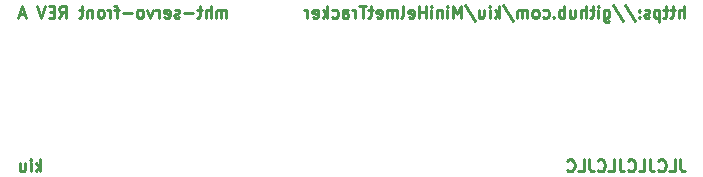
<source format=gbo>
G04 #@! TF.GenerationSoftware,KiCad,Pcbnew,(6.0.0)*
G04 #@! TF.CreationDate,2022-06-26T22:55:27+02:00*
G04 #@! TF.ProjectId,mht-servo-front,6d68742d-7365-4727-966f-2d66726f6e74,rev?*
G04 #@! TF.SameCoordinates,Original*
G04 #@! TF.FileFunction,Legend,Bot*
G04 #@! TF.FilePolarity,Positive*
%FSLAX46Y46*%
G04 Gerber Fmt 4.6, Leading zero omitted, Abs format (unit mm)*
G04 Created by KiCad (PCBNEW (6.0.0)) date 2022-06-26 22:55:27*
%MOMM*%
%LPD*%
G01*
G04 APERTURE LIST*
%ADD10C,0.250000*%
%ADD11C,3.200000*%
G04 APERTURE END LIST*
D10*
X185313690Y-108952380D02*
X185313690Y-109666666D01*
X185361309Y-109809523D01*
X185456547Y-109904761D01*
X185599404Y-109952380D01*
X185694642Y-109952380D01*
X184361309Y-109952380D02*
X184837500Y-109952380D01*
X184837500Y-108952380D01*
X183456547Y-109857142D02*
X183504166Y-109904761D01*
X183647023Y-109952380D01*
X183742261Y-109952380D01*
X183885119Y-109904761D01*
X183980357Y-109809523D01*
X184027976Y-109714285D01*
X184075595Y-109523809D01*
X184075595Y-109380952D01*
X184027976Y-109190476D01*
X183980357Y-109095238D01*
X183885119Y-109000000D01*
X183742261Y-108952380D01*
X183647023Y-108952380D01*
X183504166Y-109000000D01*
X183456547Y-109047619D01*
X182742261Y-108952380D02*
X182742261Y-109666666D01*
X182789880Y-109809523D01*
X182885119Y-109904761D01*
X183027976Y-109952380D01*
X183123214Y-109952380D01*
X181789880Y-109952380D02*
X182266071Y-109952380D01*
X182266071Y-108952380D01*
X180885119Y-109857142D02*
X180932738Y-109904761D01*
X181075595Y-109952380D01*
X181170833Y-109952380D01*
X181313690Y-109904761D01*
X181408928Y-109809523D01*
X181456547Y-109714285D01*
X181504166Y-109523809D01*
X181504166Y-109380952D01*
X181456547Y-109190476D01*
X181408928Y-109095238D01*
X181313690Y-109000000D01*
X181170833Y-108952380D01*
X181075595Y-108952380D01*
X180932738Y-109000000D01*
X180885119Y-109047619D01*
X180170833Y-108952380D02*
X180170833Y-109666666D01*
X180218452Y-109809523D01*
X180313690Y-109904761D01*
X180456547Y-109952380D01*
X180551785Y-109952380D01*
X179218452Y-109952380D02*
X179694642Y-109952380D01*
X179694642Y-108952380D01*
X178313690Y-109857142D02*
X178361309Y-109904761D01*
X178504166Y-109952380D01*
X178599404Y-109952380D01*
X178742261Y-109904761D01*
X178837500Y-109809523D01*
X178885119Y-109714285D01*
X178932738Y-109523809D01*
X178932738Y-109380952D01*
X178885119Y-109190476D01*
X178837500Y-109095238D01*
X178742261Y-109000000D01*
X178599404Y-108952380D01*
X178504166Y-108952380D01*
X178361309Y-109000000D01*
X178313690Y-109047619D01*
X177599404Y-108952380D02*
X177599404Y-109666666D01*
X177647023Y-109809523D01*
X177742261Y-109904761D01*
X177885119Y-109952380D01*
X177980357Y-109952380D01*
X176647023Y-109952380D02*
X177123214Y-109952380D01*
X177123214Y-108952380D01*
X175742261Y-109857142D02*
X175789880Y-109904761D01*
X175932738Y-109952380D01*
X176027976Y-109952380D01*
X176170833Y-109904761D01*
X176266071Y-109809523D01*
X176313690Y-109714285D01*
X176361309Y-109523809D01*
X176361309Y-109380952D01*
X176313690Y-109190476D01*
X176266071Y-109095238D01*
X176170833Y-109000000D01*
X176027976Y-108952380D01*
X175932738Y-108952380D01*
X175789880Y-109000000D01*
X175742261Y-109047619D01*
X131114880Y-109952380D02*
X131114880Y-108952380D01*
X131019642Y-109571428D02*
X130733928Y-109952380D01*
X130733928Y-109285714D02*
X131114880Y-109666666D01*
X130305357Y-109952380D02*
X130305357Y-109285714D01*
X130305357Y-108952380D02*
X130352976Y-109000000D01*
X130305357Y-109047619D01*
X130257738Y-109000000D01*
X130305357Y-108952380D01*
X130305357Y-109047619D01*
X129400595Y-109285714D02*
X129400595Y-109952380D01*
X129829166Y-109285714D02*
X129829166Y-109809523D01*
X129781547Y-109904761D01*
X129686309Y-109952380D01*
X129543452Y-109952380D01*
X129448214Y-109904761D01*
X129400595Y-109857142D01*
X185599404Y-96952380D02*
X185599404Y-95952380D01*
X185170833Y-96952380D02*
X185170833Y-96428571D01*
X185218452Y-96333333D01*
X185313690Y-96285714D01*
X185456547Y-96285714D01*
X185551785Y-96333333D01*
X185599404Y-96380952D01*
X184837500Y-96285714D02*
X184456547Y-96285714D01*
X184694642Y-95952380D02*
X184694642Y-96809523D01*
X184647023Y-96904761D01*
X184551785Y-96952380D01*
X184456547Y-96952380D01*
X184266071Y-96285714D02*
X183885119Y-96285714D01*
X184123214Y-95952380D02*
X184123214Y-96809523D01*
X184075595Y-96904761D01*
X183980357Y-96952380D01*
X183885119Y-96952380D01*
X183551785Y-96285714D02*
X183551785Y-97285714D01*
X183551785Y-96333333D02*
X183456547Y-96285714D01*
X183266071Y-96285714D01*
X183170833Y-96333333D01*
X183123214Y-96380952D01*
X183075595Y-96476190D01*
X183075595Y-96761904D01*
X183123214Y-96857142D01*
X183170833Y-96904761D01*
X183266071Y-96952380D01*
X183456547Y-96952380D01*
X183551785Y-96904761D01*
X182694642Y-96904761D02*
X182599404Y-96952380D01*
X182408928Y-96952380D01*
X182313690Y-96904761D01*
X182266071Y-96809523D01*
X182266071Y-96761904D01*
X182313690Y-96666666D01*
X182408928Y-96619047D01*
X182551785Y-96619047D01*
X182647023Y-96571428D01*
X182694642Y-96476190D01*
X182694642Y-96428571D01*
X182647023Y-96333333D01*
X182551785Y-96285714D01*
X182408928Y-96285714D01*
X182313690Y-96333333D01*
X181837500Y-96857142D02*
X181789880Y-96904761D01*
X181837500Y-96952380D01*
X181885119Y-96904761D01*
X181837500Y-96857142D01*
X181837500Y-96952380D01*
X181837500Y-96333333D02*
X181789880Y-96380952D01*
X181837500Y-96428571D01*
X181885119Y-96380952D01*
X181837500Y-96333333D01*
X181837500Y-96428571D01*
X180647023Y-95904761D02*
X181504166Y-97190476D01*
X179599404Y-95904761D02*
X180456547Y-97190476D01*
X178837500Y-96285714D02*
X178837500Y-97095238D01*
X178885119Y-97190476D01*
X178932738Y-97238095D01*
X179027976Y-97285714D01*
X179170833Y-97285714D01*
X179266071Y-97238095D01*
X178837500Y-96904761D02*
X178932738Y-96952380D01*
X179123214Y-96952380D01*
X179218452Y-96904761D01*
X179266071Y-96857142D01*
X179313690Y-96761904D01*
X179313690Y-96476190D01*
X179266071Y-96380952D01*
X179218452Y-96333333D01*
X179123214Y-96285714D01*
X178932738Y-96285714D01*
X178837500Y-96333333D01*
X178361309Y-96952380D02*
X178361309Y-96285714D01*
X178361309Y-95952380D02*
X178408928Y-96000000D01*
X178361309Y-96047619D01*
X178313690Y-96000000D01*
X178361309Y-95952380D01*
X178361309Y-96047619D01*
X178027976Y-96285714D02*
X177647023Y-96285714D01*
X177885119Y-95952380D02*
X177885119Y-96809523D01*
X177837500Y-96904761D01*
X177742261Y-96952380D01*
X177647023Y-96952380D01*
X177313690Y-96952380D02*
X177313690Y-95952380D01*
X176885119Y-96952380D02*
X176885119Y-96428571D01*
X176932738Y-96333333D01*
X177027976Y-96285714D01*
X177170833Y-96285714D01*
X177266071Y-96333333D01*
X177313690Y-96380952D01*
X175980357Y-96285714D02*
X175980357Y-96952380D01*
X176408928Y-96285714D02*
X176408928Y-96809523D01*
X176361309Y-96904761D01*
X176266071Y-96952380D01*
X176123214Y-96952380D01*
X176027976Y-96904761D01*
X175980357Y-96857142D01*
X175504166Y-96952380D02*
X175504166Y-95952380D01*
X175504166Y-96333333D02*
X175408928Y-96285714D01*
X175218452Y-96285714D01*
X175123214Y-96333333D01*
X175075595Y-96380952D01*
X175027976Y-96476190D01*
X175027976Y-96761904D01*
X175075595Y-96857142D01*
X175123214Y-96904761D01*
X175218452Y-96952380D01*
X175408928Y-96952380D01*
X175504166Y-96904761D01*
X174599404Y-96857142D02*
X174551785Y-96904761D01*
X174599404Y-96952380D01*
X174647023Y-96904761D01*
X174599404Y-96857142D01*
X174599404Y-96952380D01*
X173694642Y-96904761D02*
X173789880Y-96952380D01*
X173980357Y-96952380D01*
X174075595Y-96904761D01*
X174123214Y-96857142D01*
X174170833Y-96761904D01*
X174170833Y-96476190D01*
X174123214Y-96380952D01*
X174075595Y-96333333D01*
X173980357Y-96285714D01*
X173789880Y-96285714D01*
X173694642Y-96333333D01*
X173123214Y-96952380D02*
X173218452Y-96904761D01*
X173266071Y-96857142D01*
X173313690Y-96761904D01*
X173313690Y-96476190D01*
X173266071Y-96380952D01*
X173218452Y-96333333D01*
X173123214Y-96285714D01*
X172980357Y-96285714D01*
X172885119Y-96333333D01*
X172837500Y-96380952D01*
X172789880Y-96476190D01*
X172789880Y-96761904D01*
X172837500Y-96857142D01*
X172885119Y-96904761D01*
X172980357Y-96952380D01*
X173123214Y-96952380D01*
X172361309Y-96952380D02*
X172361309Y-96285714D01*
X172361309Y-96380952D02*
X172313690Y-96333333D01*
X172218452Y-96285714D01*
X172075595Y-96285714D01*
X171980357Y-96333333D01*
X171932738Y-96428571D01*
X171932738Y-96952380D01*
X171932738Y-96428571D02*
X171885119Y-96333333D01*
X171789880Y-96285714D01*
X171647023Y-96285714D01*
X171551785Y-96333333D01*
X171504166Y-96428571D01*
X171504166Y-96952380D01*
X170313690Y-95904761D02*
X171170833Y-97190476D01*
X169980357Y-96952380D02*
X169980357Y-95952380D01*
X169885119Y-96571428D02*
X169599404Y-96952380D01*
X169599404Y-96285714D02*
X169980357Y-96666666D01*
X169170833Y-96952380D02*
X169170833Y-96285714D01*
X169170833Y-95952380D02*
X169218452Y-96000000D01*
X169170833Y-96047619D01*
X169123214Y-96000000D01*
X169170833Y-95952380D01*
X169170833Y-96047619D01*
X168266071Y-96285714D02*
X168266071Y-96952380D01*
X168694642Y-96285714D02*
X168694642Y-96809523D01*
X168647023Y-96904761D01*
X168551785Y-96952380D01*
X168408928Y-96952380D01*
X168313690Y-96904761D01*
X168266071Y-96857142D01*
X167075595Y-95904761D02*
X167932738Y-97190476D01*
X166742261Y-96952380D02*
X166742261Y-95952380D01*
X166408928Y-96666666D01*
X166075595Y-95952380D01*
X166075595Y-96952380D01*
X165599404Y-96952380D02*
X165599404Y-96285714D01*
X165599404Y-95952380D02*
X165647023Y-96000000D01*
X165599404Y-96047619D01*
X165551785Y-96000000D01*
X165599404Y-95952380D01*
X165599404Y-96047619D01*
X165123214Y-96285714D02*
X165123214Y-96952380D01*
X165123214Y-96380952D02*
X165075595Y-96333333D01*
X164980357Y-96285714D01*
X164837500Y-96285714D01*
X164742261Y-96333333D01*
X164694642Y-96428571D01*
X164694642Y-96952380D01*
X164218452Y-96952380D02*
X164218452Y-96285714D01*
X164218452Y-95952380D02*
X164266071Y-96000000D01*
X164218452Y-96047619D01*
X164170833Y-96000000D01*
X164218452Y-95952380D01*
X164218452Y-96047619D01*
X163742261Y-96952380D02*
X163742261Y-95952380D01*
X163742261Y-96428571D02*
X163170833Y-96428571D01*
X163170833Y-96952380D02*
X163170833Y-95952380D01*
X162313690Y-96904761D02*
X162408928Y-96952380D01*
X162599404Y-96952380D01*
X162694642Y-96904761D01*
X162742261Y-96809523D01*
X162742261Y-96428571D01*
X162694642Y-96333333D01*
X162599404Y-96285714D01*
X162408928Y-96285714D01*
X162313690Y-96333333D01*
X162266071Y-96428571D01*
X162266071Y-96523809D01*
X162742261Y-96619047D01*
X161694642Y-96952380D02*
X161789880Y-96904761D01*
X161837500Y-96809523D01*
X161837500Y-95952380D01*
X161313690Y-96952380D02*
X161313690Y-96285714D01*
X161313690Y-96380952D02*
X161266071Y-96333333D01*
X161170833Y-96285714D01*
X161027976Y-96285714D01*
X160932738Y-96333333D01*
X160885119Y-96428571D01*
X160885119Y-96952380D01*
X160885119Y-96428571D02*
X160837500Y-96333333D01*
X160742261Y-96285714D01*
X160599404Y-96285714D01*
X160504166Y-96333333D01*
X160456547Y-96428571D01*
X160456547Y-96952380D01*
X159599404Y-96904761D02*
X159694642Y-96952380D01*
X159885119Y-96952380D01*
X159980357Y-96904761D01*
X160027976Y-96809523D01*
X160027976Y-96428571D01*
X159980357Y-96333333D01*
X159885119Y-96285714D01*
X159694642Y-96285714D01*
X159599404Y-96333333D01*
X159551785Y-96428571D01*
X159551785Y-96523809D01*
X160027976Y-96619047D01*
X159266071Y-96285714D02*
X158885119Y-96285714D01*
X159123214Y-95952380D02*
X159123214Y-96809523D01*
X159075595Y-96904761D01*
X158980357Y-96952380D01*
X158885119Y-96952380D01*
X158694642Y-95952380D02*
X158123214Y-95952380D01*
X158408928Y-96952380D02*
X158408928Y-95952380D01*
X157789880Y-96952380D02*
X157789880Y-96285714D01*
X157789880Y-96476190D02*
X157742261Y-96380952D01*
X157694642Y-96333333D01*
X157599404Y-96285714D01*
X157504166Y-96285714D01*
X156742261Y-96952380D02*
X156742261Y-96428571D01*
X156789880Y-96333333D01*
X156885119Y-96285714D01*
X157075595Y-96285714D01*
X157170833Y-96333333D01*
X156742261Y-96904761D02*
X156837500Y-96952380D01*
X157075595Y-96952380D01*
X157170833Y-96904761D01*
X157218452Y-96809523D01*
X157218452Y-96714285D01*
X157170833Y-96619047D01*
X157075595Y-96571428D01*
X156837500Y-96571428D01*
X156742261Y-96523809D01*
X155837500Y-96904761D02*
X155932738Y-96952380D01*
X156123214Y-96952380D01*
X156218452Y-96904761D01*
X156266071Y-96857142D01*
X156313690Y-96761904D01*
X156313690Y-96476190D01*
X156266071Y-96380952D01*
X156218452Y-96333333D01*
X156123214Y-96285714D01*
X155932738Y-96285714D01*
X155837500Y-96333333D01*
X155408928Y-96952380D02*
X155408928Y-95952380D01*
X155313690Y-96571428D02*
X155027976Y-96952380D01*
X155027976Y-96285714D02*
X155408928Y-96666666D01*
X154218452Y-96904761D02*
X154313690Y-96952380D01*
X154504166Y-96952380D01*
X154599404Y-96904761D01*
X154647023Y-96809523D01*
X154647023Y-96428571D01*
X154599404Y-96333333D01*
X154504166Y-96285714D01*
X154313690Y-96285714D01*
X154218452Y-96333333D01*
X154170833Y-96428571D01*
X154170833Y-96523809D01*
X154647023Y-96619047D01*
X153742261Y-96952380D02*
X153742261Y-96285714D01*
X153742261Y-96476190D02*
X153694642Y-96380952D01*
X153647023Y-96333333D01*
X153551785Y-96285714D01*
X153456547Y-96285714D01*
X146876785Y-96952380D02*
X146876785Y-96285714D01*
X146876785Y-96380952D02*
X146829166Y-96333333D01*
X146733928Y-96285714D01*
X146591071Y-96285714D01*
X146495833Y-96333333D01*
X146448214Y-96428571D01*
X146448214Y-96952380D01*
X146448214Y-96428571D02*
X146400595Y-96333333D01*
X146305357Y-96285714D01*
X146162500Y-96285714D01*
X146067261Y-96333333D01*
X146019642Y-96428571D01*
X146019642Y-96952380D01*
X145543452Y-96952380D02*
X145543452Y-95952380D01*
X145114880Y-96952380D02*
X145114880Y-96428571D01*
X145162500Y-96333333D01*
X145257738Y-96285714D01*
X145400595Y-96285714D01*
X145495833Y-96333333D01*
X145543452Y-96380952D01*
X144781547Y-96285714D02*
X144400595Y-96285714D01*
X144638690Y-95952380D02*
X144638690Y-96809523D01*
X144591071Y-96904761D01*
X144495833Y-96952380D01*
X144400595Y-96952380D01*
X144067261Y-96571428D02*
X143305357Y-96571428D01*
X142876785Y-96904761D02*
X142781547Y-96952380D01*
X142591071Y-96952380D01*
X142495833Y-96904761D01*
X142448214Y-96809523D01*
X142448214Y-96761904D01*
X142495833Y-96666666D01*
X142591071Y-96619047D01*
X142733928Y-96619047D01*
X142829166Y-96571428D01*
X142876785Y-96476190D01*
X142876785Y-96428571D01*
X142829166Y-96333333D01*
X142733928Y-96285714D01*
X142591071Y-96285714D01*
X142495833Y-96333333D01*
X141638690Y-96904761D02*
X141733928Y-96952380D01*
X141924404Y-96952380D01*
X142019642Y-96904761D01*
X142067261Y-96809523D01*
X142067261Y-96428571D01*
X142019642Y-96333333D01*
X141924404Y-96285714D01*
X141733928Y-96285714D01*
X141638690Y-96333333D01*
X141591071Y-96428571D01*
X141591071Y-96523809D01*
X142067261Y-96619047D01*
X141162500Y-96952380D02*
X141162500Y-96285714D01*
X141162500Y-96476190D02*
X141114880Y-96380952D01*
X141067261Y-96333333D01*
X140972023Y-96285714D01*
X140876785Y-96285714D01*
X140638690Y-96285714D02*
X140400595Y-96952380D01*
X140162500Y-96285714D01*
X139638690Y-96952380D02*
X139733928Y-96904761D01*
X139781547Y-96857142D01*
X139829166Y-96761904D01*
X139829166Y-96476190D01*
X139781547Y-96380952D01*
X139733928Y-96333333D01*
X139638690Y-96285714D01*
X139495833Y-96285714D01*
X139400595Y-96333333D01*
X139352976Y-96380952D01*
X139305357Y-96476190D01*
X139305357Y-96761904D01*
X139352976Y-96857142D01*
X139400595Y-96904761D01*
X139495833Y-96952380D01*
X139638690Y-96952380D01*
X138876785Y-96571428D02*
X138114880Y-96571428D01*
X137781547Y-96285714D02*
X137400595Y-96285714D01*
X137638690Y-96952380D02*
X137638690Y-96095238D01*
X137591071Y-96000000D01*
X137495833Y-95952380D01*
X137400595Y-95952380D01*
X137067261Y-96952380D02*
X137067261Y-96285714D01*
X137067261Y-96476190D02*
X137019642Y-96380952D01*
X136972023Y-96333333D01*
X136876785Y-96285714D01*
X136781547Y-96285714D01*
X136305357Y-96952380D02*
X136400595Y-96904761D01*
X136448214Y-96857142D01*
X136495833Y-96761904D01*
X136495833Y-96476190D01*
X136448214Y-96380952D01*
X136400595Y-96333333D01*
X136305357Y-96285714D01*
X136162500Y-96285714D01*
X136067261Y-96333333D01*
X136019642Y-96380952D01*
X135972023Y-96476190D01*
X135972023Y-96761904D01*
X136019642Y-96857142D01*
X136067261Y-96904761D01*
X136162500Y-96952380D01*
X136305357Y-96952380D01*
X135543452Y-96285714D02*
X135543452Y-96952380D01*
X135543452Y-96380952D02*
X135495833Y-96333333D01*
X135400595Y-96285714D01*
X135257738Y-96285714D01*
X135162500Y-96333333D01*
X135114880Y-96428571D01*
X135114880Y-96952380D01*
X134781547Y-96285714D02*
X134400595Y-96285714D01*
X134638690Y-95952380D02*
X134638690Y-96809523D01*
X134591071Y-96904761D01*
X134495833Y-96952380D01*
X134400595Y-96952380D01*
X132733928Y-96952380D02*
X133067261Y-96476190D01*
X133305357Y-96952380D02*
X133305357Y-95952380D01*
X132924404Y-95952380D01*
X132829166Y-96000000D01*
X132781547Y-96047619D01*
X132733928Y-96142857D01*
X132733928Y-96285714D01*
X132781547Y-96380952D01*
X132829166Y-96428571D01*
X132924404Y-96476190D01*
X133305357Y-96476190D01*
X132305357Y-96428571D02*
X131972023Y-96428571D01*
X131829166Y-96952380D02*
X132305357Y-96952380D01*
X132305357Y-95952380D01*
X131829166Y-95952380D01*
X131543452Y-95952380D02*
X131210119Y-96952380D01*
X130876785Y-95952380D01*
X129829166Y-96666666D02*
X129352976Y-96666666D01*
X129924404Y-96952380D02*
X129591071Y-95952380D01*
X129257738Y-96952380D01*
%LPC*%
D11*
X182500000Y-103000000D03*
X132500000Y-103000000D03*
M02*

</source>
